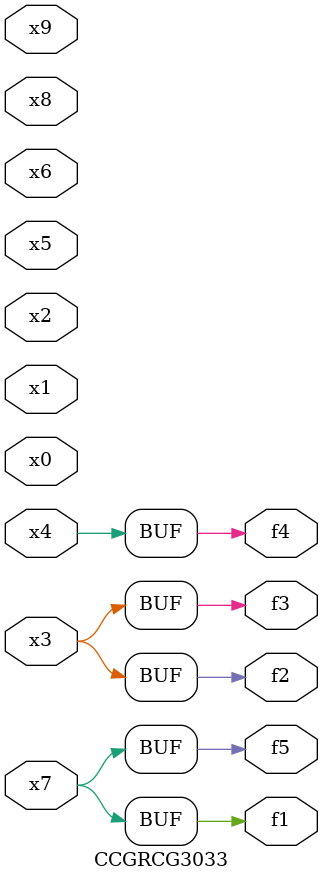
<source format=v>
module CCGRCG3033(
	input x0, x1, x2, x3, x4, x5, x6, x7, x8, x9,
	output f1, f2, f3, f4, f5
);
	assign f1 = x7;
	assign f2 = x3;
	assign f3 = x3;
	assign f4 = x4;
	assign f5 = x7;
endmodule

</source>
